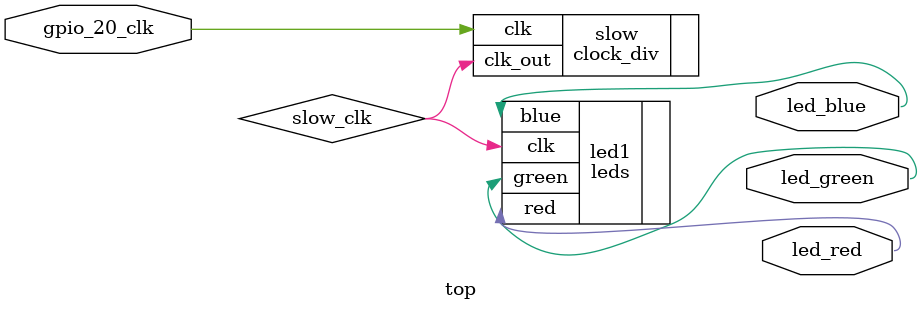
<source format=v>
module top (
    input wire gpio_20_clk,
    output wire led_green,
    output wire led_red,
    output wire led_blue
);
wire slow_clk;
clock_div #(.log_div(24)) slow (
    .clk(gpio_20_clk),
    .clk_out(slow_clk)
    );

leds led1 (
    .clk(slow_clk),
    .red(led_red),
    .green(led_green),
    .blue(led_blue)
    );

endmodule
</source>
